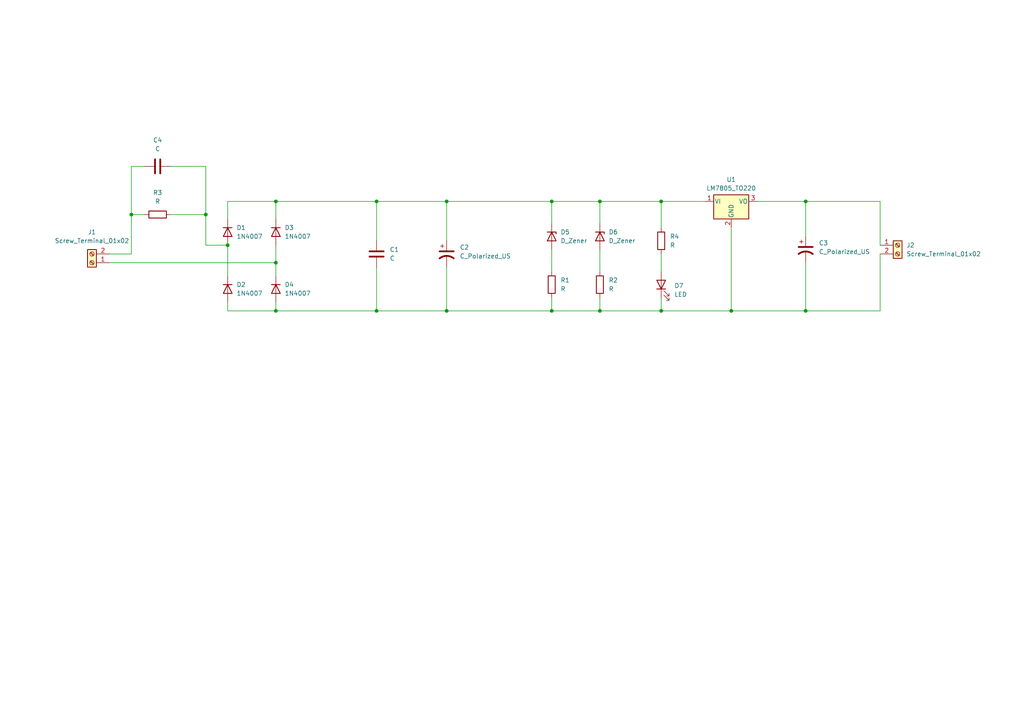
<source format=kicad_sch>
(kicad_sch (version 20250114) (generator "eeschema") (generator_version "9.0")
  (paper "A4")
  (title_block (title "Transformerless power supply") (date "2026-01-18") (company "M-TECH Circuits") (comment 1 "Drawn by Engineer"))
  (lib_symbols
    (symbol "Connector:Screw_Terminal_01x02" (pin_names (offset 1.016) (hide yes))
      (property "Reference" "J" (at 0 2.54 0))
      (property "Value" "Screw_Terminal_01x02" (at 0 -5.08 0))
      (symbol "Screw_Terminal_01x02_1_1"
        (rectangle (start -1.27 1.27) (end 1.27 -3.81) (stroke (width 0.254)) (fill (type background)))
        (polyline (pts (xy -0.5334 0.3302) (xy 0.3302 -0.508)) (stroke (width 0.1524)))
        (polyline (pts (xy -0.5334 -2.2098) (xy 0.3302 -3.048)) (stroke (width 0.1524)))
        (polyline (pts (xy -0.3556 0.508) (xy 0.508 -0.3302)) (stroke (width 0.1524)))
        (polyline (pts (xy -0.3556 -2.032) (xy 0.508 -2.8702)) (stroke (width 0.1524)))
        (circle (center 0 0) (radius 0.635) (stroke (width 0.1524)))
        (circle (center 0 -2.54) (radius 0.635) (stroke (width 0.1524)))
        (pin passive line (at -5.08 0 0) (length 3.81) (name "Pin_1") (number "1"))
        (pin passive line (at -5.08 -2.54 0) (length 3.81) (name "Pin_2") (number "2"))
      )
    )
    (symbol "Device:C" (pin_numbers (hide yes)) (pin_names (offset 0.254))
      (property "Reference" "C" (at 0.635 2.54 0))
      (property "Value" "C" (at 0.635 -2.54 0))
      (symbol "C_0_1"
        (polyline (pts (xy -2.032 0.762) (xy 2.032 0.762)) (stroke (width 0.508)))
        (polyline (pts (xy -2.032 -0.762) (xy 2.032 -0.762)) (stroke (width 0.508)))
      )
      (symbol "C_1_1"
        (pin passive line (at 0 3.81 270) (length 2.794) (name "~") (number "1"))
        (pin passive line (at 0 -3.81 90) (length 2.794) (name "~") (number "2"))
      )
    )
    (symbol "Device:C_Polarized_US" (pin_numbers (hide yes)) (pin_names (offset 0.254) (hide yes))
      (property "Reference" "C" (at 0.635 2.54 0))
      (property "Value" "C_Polarized_US" (at 0.635 -2.54 0))
      (symbol "C_Polarized_US_0_1"
        (polyline (pts (xy -2.032 0.762) (xy 2.032 0.762)) (stroke (width 0.508)))
        (polyline (pts (xy -1.778 2.286) (xy -0.762 2.286)))
        (polyline (pts (xy -1.27 1.778) (xy -1.27 2.794)))
        (arc (start -2.032 -1.27) (mid 0 -0.5572) (end 2.032 -1.27) (stroke (width 0.508)))
      )
      (symbol "C_Polarized_US_1_1"
        (pin passive line (at 0 3.81 270) (length 2.794) (name "~") (number "1"))
        (pin passive line (at 0 -3.81 90) (length 3.302) (name "~") (number "2"))
      )
    )
    (symbol "Device:D_Zener" (pin_numbers (hide yes)) (pin_names (offset 1.016) (hide yes))
      (property "Reference" "D" (at 0 2.54 0))
      (property "Value" "D_Zener" (at 0 -2.54 0))
      (symbol "D_Zener_0_1"
        (polyline (pts (xy -1.27 -1.27) (xy -1.27 1.27) (xy -0.762 1.27)) (stroke (width 0.254)))
        (polyline (pts (xy 1.27 0) (xy -1.27 0)))
        (polyline (pts (xy 1.27 -1.27) (xy 1.27 1.27) (xy -1.27 0) (xy 1.27 -1.27)) (stroke (width 0.254)))
      )
      (symbol "D_Zener_1_1"
        (pin passive line (at -3.81 0 0) (length 2.54) (name "K") (number "1"))
        (pin passive line (at 3.81 0 180) (length 2.54) (name "A") (number "2"))
      )
    )
    (symbol "Device:LED" (pin_numbers (hide yes)) (pin_names (offset 1.016) (hide yes))
      (property "Reference" "D" (at 0 2.54 0))
      (property "Value" "LED" (at 0 -2.54 0))
      (symbol "LED_0_1"
        (polyline (pts (xy -3.048 -0.762) (xy -4.572 -2.286) (xy -3.81 -2.286) (xy -4.572 -2.286) (xy -4.572 -1.524)))
        (polyline (pts (xy -1.778 -0.762) (xy -3.302 -2.286) (xy -2.54 -2.286) (xy -3.302 -2.286) (xy -3.302 -1.524)))
        (polyline (pts (xy -1.27 0) (xy 1.27 0)))
        (polyline (pts (xy -1.27 -1.27) (xy -1.27 1.27)) (stroke (width 0.254)))
        (polyline (pts (xy 1.27 -1.27) (xy 1.27 1.27) (xy -1.27 0) (xy 1.27 -1.27)) (stroke (width 0.254)))
      )
      (symbol "LED_1_1"
        (pin passive line (at -3.81 0 0) (length 2.54) (name "K") (number "1"))
        (pin passive line (at 3.81 0 180) (length 2.54) (name "A") (number "2"))
      )
    )
    (symbol "Device:R" (pin_numbers (hide yes)) (pin_names (offset 0))
      (property "Reference" "R" (at 2.032 0 90))
      (property "Value" "R" (at 0 0 90))
      (symbol "R_0_1"
        (rectangle (start -1.016 -2.54) (end 1.016 2.54) (stroke (width 0.254)))
      )
      (symbol "R_1_1"
        (pin passive line (at 0 3.81 270) (length 1.27) (name "~") (number "1"))
        (pin passive line (at 0 -3.81 90) (length 1.27) (name "~") (number "2"))
      )
    )
    (symbol "Diode:1N4007" (pin_numbers (hide yes)) (pin_names (hide yes))
      (property "Reference" "D" (at 0 2.54 0))
      (property "Value" "1N4007" (at 0 -2.54 0))
      (symbol "1N4007_0_1"
        (polyline (pts (xy -1.27 1.27) (xy -1.27 -1.27)) (stroke (width 0.254)))
        (polyline (pts (xy 1.27 1.27) (xy 1.27 -1.27) (xy -1.27 0) (xy 1.27 1.27)) (stroke (width 0.254)))
        (polyline (pts (xy 1.27 0) (xy -1.27 0)))
      )
      (symbol "1N4007_1_1"
        (pin passive line (at -3.81 0 0) (length 2.54) (name "K") (number "1"))
        (pin passive line (at 3.81 0 180) (length 2.54) (name "A") (number "2"))
      )
    )
    (symbol "Regulator_Linear:LM7805_TO220" (pin_names (offset 0.254))
      (property "Reference" "U" (at -3.81 3.175 0))
      (property "Value" "LM7805_TO220" (at 0 3.175 0))
      (symbol "LM7805_TO220_0_1"
        (rectangle (start -5.08 1.905) (end 5.08 -5.08) (stroke (width 0.254)) (fill (type background)))
      )
      (symbol "LM7805_TO220_1_1"
        (pin power_in line (at -7.62 0 0) (length 2.54) (name "VI") (number "1"))
        (pin power_in line (at 0 -7.62 90) (length 2.54) (name "GND") (number "2"))
        (pin power_out line (at 7.62 0 180) (length 2.54) (name "VO") (number "3"))
      )
    )
  )
  (junction (at 233.68 58.42))
  (junction (at 160.02 58.42))
  (junction (at 233.68 90.17))
  (junction (at 109.22 58.42))
  (junction (at 80.01 58.42))
  (junction (at 173.99 90.17))
  (junction (at 129.54 90.17))
  (junction (at 129.54 58.42))
  (junction (at 160.02 90.17))
  (junction (at 80.01 90.17))
  (junction (at 191.77 58.42))
  (junction (at 59.69 62.23))
  (junction (at 38.1 62.23))
  (junction (at 66.04 71.12))
  (junction (at 212.09 90.17))
  (junction (at 191.77 90.17))
  (junction (at 80.01 76.2))
  (junction (at 173.99 58.42))
  (junction (at 109.22 90.17))
  (wire (pts (xy 160.02 72.39) (xy 160.02 78.74)))
  (wire (pts (xy 173.99 72.39) (xy 173.99 78.74)))
  (wire (pts (xy 191.77 90.17) (xy 173.99 90.17)))
  (wire (pts (xy 233.68 68.58) (xy 233.68 58.42)))
  (wire (pts (xy 129.54 58.42) (xy 109.22 58.42)))
  (wire (pts (xy 191.77 58.42) (xy 191.77 66.04)))
  (wire (pts (xy 38.1 48.26) (xy 38.1 62.23)))
  (wire (pts (xy 191.77 58.42) (xy 204.47 58.42)))
  (wire (pts (xy 80.01 71.12) (xy 80.01 76.2)))
  (wire (pts (xy 129.54 77.47) (xy 129.54 90.17)))
  (wire (pts (xy 41.91 48.26) (xy 38.1 48.26)))
  (wire (pts (xy 212.09 90.17) (xy 191.77 90.17)))
  (wire (pts (xy 160.02 58.42) (xy 129.54 58.42)))
  (wire (pts (xy 80.01 90.17) (xy 66.04 90.17)))
  (wire (pts (xy 233.68 90.17) (xy 212.09 90.17)))
  (wire (pts (xy 173.99 58.42) (xy 160.02 58.42)))
  (wire (pts (xy 129.54 69.85) (xy 129.54 58.42)))
  (wire (pts (xy 38.1 62.23) (xy 41.91 62.23)))
  (wire (pts (xy 109.22 58.42) (xy 80.01 58.42)))
  (wire (pts (xy 109.22 90.17) (xy 80.01 90.17)))
  (wire (pts (xy 38.1 62.23) (xy 38.1 73.66)))
  (wire (pts (xy 80.01 58.42) (xy 80.01 63.5)))
  (wire (pts (xy 109.22 69.85) (xy 109.22 58.42)))
  (wire (pts (xy 255.27 58.42) (xy 233.68 58.42)))
  (wire (pts (xy 80.01 76.2) (xy 80.01 80.01)))
  (wire (pts (xy 66.04 71.12) (xy 66.04 80.01)))
  (wire (pts (xy 173.99 64.77) (xy 173.99 58.42)))
  (wire (pts (xy 49.53 48.26) (xy 59.69 48.26)))
  (wire (pts (xy 109.22 77.47) (xy 109.22 90.17)))
  (wire (pts (xy 191.77 73.66) (xy 191.77 78.74)))
  (wire (pts (xy 66.04 58.42) (xy 80.01 58.42)))
  (wire (pts (xy 160.02 64.77) (xy 160.02 58.42)))
  (wire (pts (xy 49.53 62.23) (xy 59.69 62.23)))
  (wire (pts (xy 59.69 48.26) (xy 59.69 62.23)))
  (wire (pts (xy 160.02 90.17) (xy 129.54 90.17)))
  (wire (pts (xy 255.27 73.66) (xy 255.27 90.17)))
  (wire (pts (xy 38.1 73.66) (xy 31.75 73.66)))
  (wire (pts (xy 59.69 71.12) (xy 66.04 71.12)))
  (wire (pts (xy 212.09 66.04) (xy 212.09 90.17)))
  (wire (pts (xy 233.68 58.42) (xy 219.71 58.42)))
  (wire (pts (xy 255.27 90.17) (xy 233.68 90.17)))
  (wire (pts (xy 31.75 76.2) (xy 80.01 76.2)))
  (wire (pts (xy 255.27 71.12) (xy 255.27 58.42)))
  (wire (pts (xy 173.99 58.42) (xy 191.77 58.42)))
  (wire (pts (xy 173.99 86.36) (xy 173.99 90.17)))
  (wire (pts (xy 66.04 63.5) (xy 66.04 58.42)))
  (wire (pts (xy 173.99 90.17) (xy 160.02 90.17)))
  (wire (pts (xy 233.68 76.2) (xy 233.68 90.17)))
  (wire (pts (xy 129.54 90.17) (xy 109.22 90.17)))
  (wire (pts (xy 59.69 62.23) (xy 59.69 71.12)))
  (wire (pts (xy 191.77 86.36) (xy 191.77 90.17)))
  (wire (pts (xy 66.04 87.63) (xy 66.04 90.17)))
  (wire (pts (xy 80.01 87.63) (xy 80.01 90.17)))
  (wire (pts (xy 160.02 86.36) (xy 160.02 90.17)))
  (symbol (lib_id "Device:D_Zener") (at 173.99 68.58 270) (unit 1)
    (property "Reference" "D6" (at 176.53 67.3099 90) (effects (justify left)))
    (property "Value" "D_Zener" (at 176.53 69.8499 90) (effects (justify left)))
    (property "Description" "Zener diode" (effects (hide yes)))
  )
  (symbol (lib_id "Device:D_Zener") (at 160.02 68.58 270) (unit 1)
    (property "Reference" "D5" (at 162.56 67.3099 90) (effects (justify left)))
    (property "Value" "D_Zener" (at 162.56 69.8499 90) (effects (justify left)))
    (property "Description" "Zener diode" (effects (hide yes)))
  )
  (symbol (lib_id "Device:C") (at 45.72 48.26 90) (unit 1)
    (property "Reference" "C4" (at 45.72 40.64 90))
    (property "Value" "C" (at 45.72 43.18 90))
    (property "Description" "Unpolarized capacitor" (effects (hide yes)))
  )
  (symbol (lib_id "Regulator_Linear:LM7805_TO220") (at 212.09 58.42 0) (unit 1)
    (property "Reference" "U1" (at 212.09 52.07 0))
    (property "Value" "LM7805_TO220" (at 212.09 54.61 0))
    (property "Footprint" "Package_TO_SOT_THT:TO-220-3_Vertical" (effects (hide yes)))
    (property "Datasheet" "https://www.onsemi.cn/PowerSolutions/document/MC7800-D.PDF" (effects (hide yes)))
    (property "Description" "Positive 1A 35V Linear Regulator, Fixed Output 5V, TO-220" (effects (hide yes)))
  )
  (symbol (lib_id "Connector:Screw_Terminal_01x02") (at 26.67 76.2 180) (unit 1)
    (property "Reference" "J1" (at 26.67 67.31 0))
    (property "Value" "Screw_Terminal_01x02" (at 26.67 69.85 0))
    (property "Description" "Generic screw terminal, single row, 01x02, script generated (kicad-library-utils/schlib/autogen/connector/)" (effects (hide yes)))
  )
  (symbol (lib_id "Diode:1N4007") (at 80.01 83.82 270) (unit 1)
    (property "Reference" "D4" (at 82.55 82.5499 90) (effects (justify left)))
    (property "Value" "1N4007" (at 82.55 85.0899 90) (effects (justify left)))
    (property "Footprint" "Diode_THT:D_DO-41_SOD81_P10.16mm_Horizontal" (effects (hide yes)))
    (property "Datasheet" "http://www.vishay.com/docs/88503/1n4001.pdf" (effects (hide yes)))
    (property "Description" "1000V 1A General Purpose Rectifier Diode, DO-41" (effects (hide yes)))
    (property "Sim.Device" "D" (effects (hide yes)))
    (property "Sim.Pins" "1=K 2=A" (effects (hide yes)))
  )
  (symbol (lib_id "Device:C_Polarized_US") (at 233.68 72.39 0) (unit 1)
    (property "Reference" "C3" (at 237.49 70.4849 0) (effects (justify left)))
    (property "Value" "C_Polarized_US" (at 237.49 73.0249 0) (effects (justify left)))
    (property "Description" "Polarized capacitor, US symbol" (effects (hide yes)))
  )
  (symbol (lib_id "Device:R") (at 160.02 82.55 0) (unit 1)
    (property "Reference" "R1" (at 162.56 81.2799 0) (effects (justify left)))
    (property "Value" "R" (at 162.56 83.8199 0) (effects (justify left)))
    (property "Description" "Resistor" (effects (hide yes)))
  )
  (symbol (lib_id "Device:R") (at 173.99 82.55 0) (unit 1)
    (property "Reference" "R2" (at 176.53 81.2799 0) (effects (justify left)))
    (property "Value" "R" (at 176.53 83.8199 0) (effects (justify left)))
    (property "Description" "Resistor" (effects (hide yes)))
  )
  (symbol (lib_id "Device:R") (at 191.77 69.85 0) (unit 1)
    (property "Reference" "R4" (at 194.31 68.5799 0) (effects (justify left)))
    (property "Value" "R" (at 194.31 71.1199 0) (effects (justify left)))
    (property "Description" "Resistor" (effects (hide yes)))
  )
  (symbol (lib_id "Connector:Screw_Terminal_01x02") (at 260.35 71.12 0) (unit 1)
    (property "Reference" "J2" (at 262.89 71.1199 0) (effects (justify left)))
    (property "Value" "Screw_Terminal_01x02" (at 262.89 73.6599 0) (effects (justify left)))
    (property "Description" "Generic screw terminal, single row, 01x02, script generated (kicad-library-utils/schlib/autogen/connector/)" (effects (hide yes)))
  )
  (symbol (lib_id "Device:C_Polarized_US") (at 129.54 73.66 0) (unit 1)
    (property "Reference" "C2" (at 133.35 71.7549 0) (effects (justify left)))
    (property "Value" "C_Polarized_US" (at 133.35 74.2949 0) (effects (justify left)))
    (property "Description" "Polarized capacitor, US symbol" (effects (hide yes)))
  )
  (symbol (lib_id "Device:R") (at 45.72 62.23 90) (unit 1)
    (property "Reference" "R3" (at 45.72 55.88 90))
    (property "Value" "R" (at 45.72 58.42 90))
    (property "Description" "Resistor" (effects (hide yes)))
  )
  (symbol (lib_id "Diode:1N4007") (at 80.01 67.31 270) (unit 1)
    (property "Reference" "D3" (at 82.55 66.0399 90) (effects (justify left)))
    (property "Value" "1N4007" (at 82.55 68.5799 90) (effects (justify left)))
    (property "Footprint" "Diode_THT:D_DO-41_SOD81_P10.16mm_Horizontal" (effects (hide yes)))
    (property "Datasheet" "http://www.vishay.com/docs/88503/1n4001.pdf" (effects (hide yes)))
    (property "Description" "1000V 1A General Purpose Rectifier Diode, DO-41" (effects (hide yes)))
    (property "Sim.Device" "D" (effects (hide yes)))
    (property "Sim.Pins" "1=K 2=A" (effects (hide yes)))
  )
  (symbol (lib_id "Device:C") (at 109.22 73.66 0) (unit 1)
    (property "Reference" "C1" (at 113.03 72.3899 0) (effects (justify left)))
    (property "Value" "C" (at 113.03 74.9299 0) (effects (justify left)))
    (property "Description" "Unpolarized capacitor" (effects (hide yes)))
  )
  (symbol (lib_id "Diode:1N4007") (at 66.04 83.82 270) (unit 1)
    (property "Reference" "D2" (at 68.58 82.5499 90) (effects (justify left)))
    (property "Value" "1N4007" (at 68.58 85.0899 90) (effects (justify left)))
    (property "Footprint" "Diode_THT:D_DO-41_SOD81_P10.16mm_Horizontal" (effects (hide yes)))
    (property "Datasheet" "http://www.vishay.com/docs/88503/1n4001.pdf" (effects (hide yes)))
    (property "Description" "1000V 1A General Purpose Rectifier Diode, DO-41" (effects (hide yes)))
    (property "Sim.Device" "D" (effects (hide yes)))
    (property "Sim.Pins" "1=K 2=A" (effects (hide yes)))
  )
  (symbol (lib_id "Device:LED") (at 191.77 82.55 90) (unit 1)
    (property "Reference" "D7" (at 195.58 82.8674 90) (effects (justify right)))
    (property "Value" "LED" (at 195.58 85.4074 90) (effects (justify right)))
    (property "Description" "Light emitting diode" (effects (hide yes)))
    (property "Sim.Pins" "1=K 2=A" (effects (hide yes)))
  )
  (symbol (lib_id "Diode:1N4007") (at 66.04 67.31 270) (unit 1)
    (property "Reference" "D1" (at 68.58 66.0399 90) (effects (justify left)))
    (property "Value" "1N4007" (at 68.58 68.5799 90) (effects (justify left)))
    (property "Footprint" "Diode_THT:D_DO-41_SOD81_P10.16mm_Horizontal" (effects (hide yes)))
    (property "Datasheet" "http://www.vishay.com/docs/88503/1n4001.pdf" (effects (hide yes)))
    (property "Description" "1000V 1A General Purpose Rectifier Diode, DO-41" (effects (hide yes)))
    (property "Sim.Device" "D" (effects (hide yes)))
    (property "Sim.Pins" "1=K 2=A" (effects (hide yes)))
  )
)
</source>
